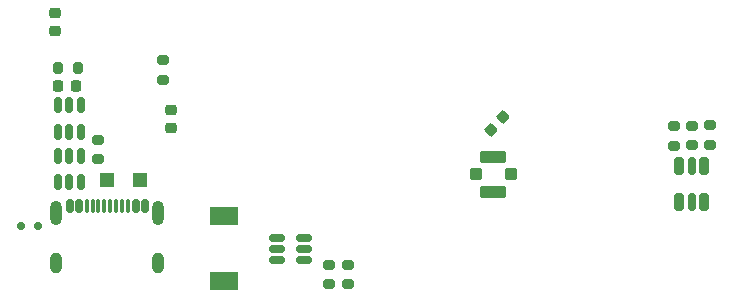
<source format=gbr>
%TF.GenerationSoftware,KiCad,Pcbnew,9.0.2*%
%TF.CreationDate,2025-07-15T17:58:13-04:00*%
%TF.ProjectId,raven-caller,72617665-6e2d-4636-916c-6c65722e6b69,rev?*%
%TF.SameCoordinates,Original*%
%TF.FileFunction,Paste,Top*%
%TF.FilePolarity,Positive*%
%FSLAX46Y46*%
G04 Gerber Fmt 4.6, Leading zero omitted, Abs format (unit mm)*
G04 Created by KiCad (PCBNEW 9.0.2) date 2025-07-15 17:58:13*
%MOMM*%
%LPD*%
G01*
G04 APERTURE LIST*
G04 Aperture macros list*
%AMRoundRect*
0 Rectangle with rounded corners*
0 $1 Rounding radius*
0 $2 $3 $4 $5 $6 $7 $8 $9 X,Y pos of 4 corners*
0 Add a 4 corners polygon primitive as box body*
4,1,4,$2,$3,$4,$5,$6,$7,$8,$9,$2,$3,0*
0 Add four circle primitives for the rounded corners*
1,1,$1+$1,$2,$3*
1,1,$1+$1,$4,$5*
1,1,$1+$1,$6,$7*
1,1,$1+$1,$8,$9*
0 Add four rect primitives between the rounded corners*
20,1,$1+$1,$2,$3,$4,$5,0*
20,1,$1+$1,$4,$5,$6,$7,0*
20,1,$1+$1,$6,$7,$8,$9,0*
20,1,$1+$1,$8,$9,$2,$3,0*%
G04 Aperture macros list end*
%ADD10RoundRect,0.150000X0.150000X-0.512500X0.150000X0.512500X-0.150000X0.512500X-0.150000X-0.512500X0*%
%ADD11RoundRect,0.200000X0.200000X0.275000X-0.200000X0.275000X-0.200000X-0.275000X0.200000X-0.275000X0*%
%ADD12RoundRect,0.200000X-0.275000X0.200000X-0.275000X-0.200000X0.275000X-0.200000X0.275000X0.200000X0*%
%ADD13R,1.200000X1.200000*%
%ADD14R,2.400000X1.500000*%
%ADD15RoundRect,0.150000X-0.150000X-0.425000X0.150000X-0.425000X0.150000X0.425000X-0.150000X0.425000X0*%
%ADD16RoundRect,0.075000X-0.075000X-0.500000X0.075000X-0.500000X0.075000X0.500000X-0.075000X0.500000X0*%
%ADD17O,1.000000X2.100000*%
%ADD18O,1.000000X1.800000*%
%ADD19RoundRect,0.150000X-0.512500X-0.150000X0.512500X-0.150000X0.512500X0.150000X-0.512500X0.150000X0*%
%ADD20RoundRect,0.225000X-0.250000X0.225000X-0.250000X-0.225000X0.250000X-0.225000X0.250000X0.225000X0*%
%ADD21RoundRect,0.100000X-0.400000X0.400000X-0.400000X-0.400000X0.400000X-0.400000X0.400000X0.400000X0*%
%ADD22RoundRect,0.105000X-0.995000X0.420000X-0.995000X-0.420000X0.995000X-0.420000X0.995000X0.420000X0*%
%ADD23RoundRect,0.225000X0.250000X-0.225000X0.250000X0.225000X-0.250000X0.225000X-0.250000X-0.225000X0*%
%ADD24RoundRect,0.225000X-0.017678X0.335876X-0.335876X0.017678X0.017678X-0.335876X0.335876X-0.017678X0*%
%ADD25RoundRect,0.150000X-0.150000X-0.200000X0.150000X-0.200000X0.150000X0.200000X-0.150000X0.200000X0*%
%ADD26RoundRect,0.160000X-0.240000X0.565000X-0.240000X-0.565000X0.240000X-0.565000X0.240000X0.565000X0*%
%ADD27RoundRect,0.120000X-0.180000X0.605000X-0.180000X-0.605000X0.180000X-0.605000X0.180000X0.605000X0*%
%ADD28RoundRect,0.200000X0.275000X-0.200000X0.275000X0.200000X-0.275000X0.200000X-0.275000X-0.200000X0*%
%ADD29RoundRect,0.218750X-0.218750X-0.256250X0.218750X-0.256250X0.218750X0.256250X-0.218750X0.256250X0*%
G04 APERTURE END LIST*
D10*
%TO.C,U7*%
X124950001Y-112400000D03*
X125900000Y-112400000D03*
X126849999Y-112400000D03*
X126849999Y-110125000D03*
X125900000Y-110125000D03*
X124950001Y-110125000D03*
%TD*%
%TO.C,U5*%
X124950000Y-108125001D03*
X125899999Y-108125001D03*
X126849998Y-108125001D03*
X126849998Y-105850001D03*
X125899999Y-105850001D03*
X124950000Y-105850001D03*
%TD*%
D11*
%TO.C,R4*%
X126625000Y-102700000D03*
X124975000Y-102700000D03*
%TD*%
D12*
%TO.C,R2*%
X133800000Y-102075000D03*
X133800000Y-103725000D03*
%TD*%
%TO.C,R13*%
X177099999Y-107650001D03*
X177099999Y-109300001D03*
%TD*%
D13*
%TO.C,D2*%
X131899999Y-112200000D03*
X129100001Y-112200000D03*
%TD*%
D14*
%TO.C,L1*%
X139000000Y-120750000D03*
X139000000Y-115250000D03*
%TD*%
D15*
%TO.C,J7*%
X125910000Y-114425000D03*
X126710000Y-114425000D03*
D16*
X127860000Y-114425000D03*
X128860000Y-114425000D03*
X129360000Y-114425000D03*
X130360000Y-114425000D03*
D15*
X131510000Y-114425000D03*
X132310000Y-114425000D03*
X132310000Y-114425000D03*
X131510000Y-114425000D03*
D16*
X130860000Y-114425000D03*
X129860000Y-114425000D03*
X128360000Y-114425000D03*
X127360000Y-114425000D03*
D15*
X126710000Y-114425000D03*
X125910000Y-114425000D03*
D17*
X124790000Y-115000000D03*
D18*
X124790000Y-119180000D03*
D17*
X133430000Y-115000000D03*
D18*
X133430000Y-119180000D03*
%TD*%
D19*
%TO.C,U13*%
X143500000Y-117100000D03*
X143500000Y-118050000D03*
X143500000Y-119000000D03*
X145775000Y-119000000D03*
X145775000Y-118050000D03*
X145775000Y-117100000D03*
%TD*%
D20*
%TO.C,C29*%
X124700000Y-98025000D03*
X124700000Y-99575000D03*
%TD*%
D12*
%TO.C,R19*%
X180099999Y-107575000D03*
X180099999Y-109225000D03*
%TD*%
D21*
%TO.C,J3*%
X163300000Y-111700000D03*
D22*
X161800000Y-113175001D03*
D21*
X160300000Y-111700000D03*
D22*
X161800000Y-110224999D03*
%TD*%
D23*
%TO.C,C2*%
X134500000Y-107775000D03*
X134500000Y-106225000D03*
%TD*%
D12*
%TO.C,R18*%
X178599998Y-107615000D03*
X178599998Y-109265000D03*
%TD*%
D24*
%TO.C,C5*%
X162648008Y-106851992D03*
X161551992Y-107948008D03*
%TD*%
D12*
%TO.C,R9*%
X149500000Y-119350000D03*
X149500000Y-121000000D03*
%TD*%
D25*
%TO.C,U10*%
X123200000Y-116100000D03*
X121800000Y-116100000D03*
%TD*%
D12*
%TO.C,R5*%
X128341443Y-108775000D03*
X128341443Y-110425000D03*
%TD*%
D26*
%TO.C,D1*%
X179650000Y-110975000D03*
D27*
X178600000Y-110975000D03*
D26*
X177550000Y-110975000D03*
X177550000Y-114025000D03*
D27*
X178600000Y-114025000D03*
D26*
X179650000Y-114025000D03*
%TD*%
D28*
%TO.C,R10*%
X147837440Y-120999999D03*
X147837440Y-119349999D03*
%TD*%
D29*
%TO.C,D4*%
X124912499Y-104200000D03*
X126487501Y-104200000D03*
%TD*%
M02*

</source>
